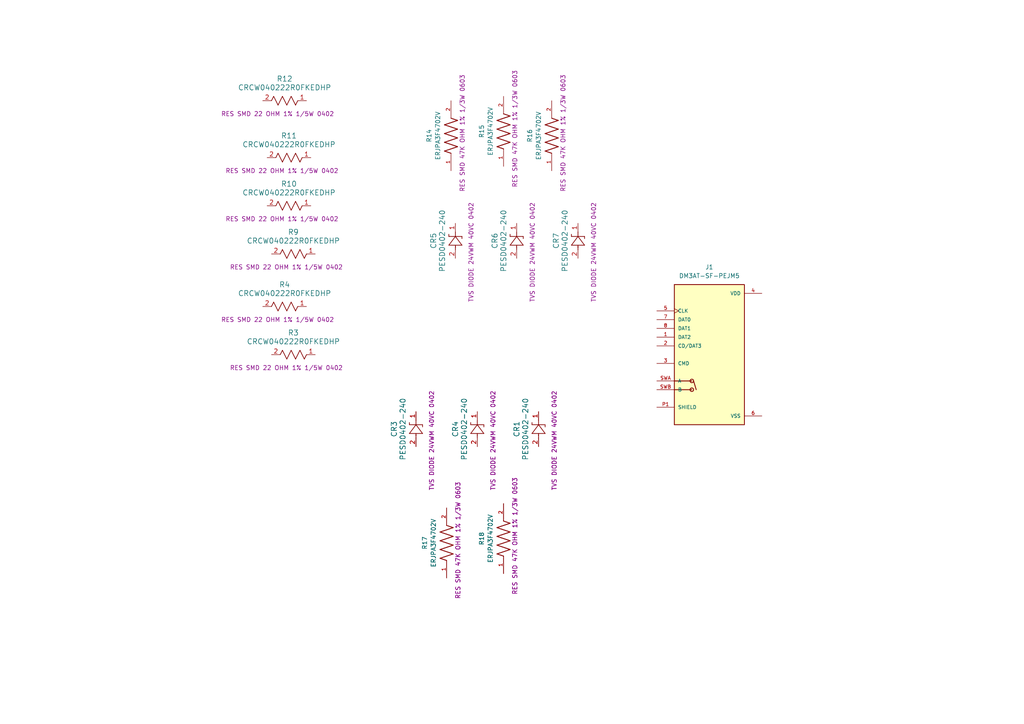
<source format=kicad_sch>
(kicad_sch (version 20250114) (generator "eeschema") (generator_version "9.0")
  (paper "A4")
  (lib_symbols
    (symbol "ul_CRCW040222R0FKEDHP:CRCW040222R0FKEDHP" (pin_names (offset 0.254))
      (property "Reference" "R" (at 5.715 3.81 0))
      (property "Value" "CRCW040222R0FKEDHP" (at 6.35 -3.81 0))
      (symbol "CRCW040222R0FKEDHP_1_1"
        (polyline (pts (xy 2.54 0) (xy 3.175 1.27)) (stroke (width 0.2032)))
        (polyline (pts (xy 3.175 1.27) (xy 4.445 -1.27)) (stroke (width 0.2032)))
        (polyline (pts (xy 4.445 -1.27) (xy 5.715 1.27)) (stroke (width 0.2032)))
        (polyline (pts (xy 5.715 1.27) (xy 6.985 -1.27)) (stroke (width 0.2032)))
        (polyline (pts (xy 6.985 -1.27) (xy 8.255 1.27)) (stroke (width 0.2032)))
        (polyline (pts (xy 8.255 1.27) (xy 9.525 -1.27)) (stroke (width 0.2032)))
        (polyline (pts (xy 9.525 -1.27) (xy 10.16 0)) (stroke (width 0.2032)))
        (pin unspecified line (at 0 0 0) (length 2.54) (name "") (number "2"))
        (pin unspecified line (at 12.7 0 180) (length 2.54) (name "") (number "1"))
      )
      (symbol "CRCW040222R0FKEDHP_1_2"
        (polyline (pts (xy -1.27 8.255) (xy 1.27 9.525)) (stroke (width 0.2032)))
        (polyline (pts (xy -1.27 5.715) (xy 1.27 6.985)) (stroke (width 0.2032)))
        (polyline (pts (xy -1.27 3.175) (xy 1.27 4.445)) (stroke (width 0.2032)))
        (polyline (pts (xy 0 2.54) (xy -1.27 3.175)) (stroke (width 0.2032)))
        (polyline (pts (xy 1.27 9.525) (xy 0 10.16)) (stroke (width 0.2032)))
        (polyline (pts (xy 1.27 6.985) (xy -1.27 8.255)) (stroke (width 0.2032)))
        (polyline (pts (xy 1.27 4.445) (xy -1.27 5.715)) (stroke (width 0.2032)))
        (pin unspecified line (at 0 12.7 270) (length 2.54) (name "") (number "1"))
        (pin unspecified line (at 0 0 90) (length 2.54) (name "") (number "2"))
      )
    )
    (symbol "ul_DM3AT-SF-PEJM5:DM3AT-SF-PEJM5" (pin_names (offset 1.016))
      (property "Reference" "J" (at -10.16 20.828 0))
      (property "Value" "DM3AT-SF-PEJM5" (at -10.16 -22.86 0))
      (symbol "DM3AT-SF-PEJM5_0_0"
        (polyline (pts (xy -10.16 -7.62) (xy -5.08 -7.62)) (stroke (width 0.254)))
        (polyline (pts (xy -10.16 -10.16) (xy -5.08 -10.16)) (stroke (width 0.254)))
        (rectangle (start -10.16 -20.32) (end 10.16 20.32) (stroke (width 0.254)) (fill (type background)))
        (circle (center -5.08 -7.62) (radius 0.508) (stroke (width 0.254)))
        (circle (center -5.08 -10.16) (radius 0.508) (stroke (width 0.254)))
        (polyline (pts (xy -4.572 -7.62) (xy -3.81 -10.16)) (stroke (width 0.254)))
        (pin bidirectional clock (at -15.24 12.7 0) (length 5.08) (name "CLK") (number "5"))
        (pin bidirectional line (at -15.24 10.16 0) (length 5.08) (name "DAT0") (number "7"))
        (pin bidirectional line (at -15.24 7.62 0) (length 5.08) (name "DAT1") (number "8"))
        (pin bidirectional line (at -15.24 5.08 0) (length 5.08) (name "DAT2") (number "1"))
        (pin bidirectional line (at -15.24 2.54 0) (length 5.08) (name "CD/DAT3") (number "2"))
        (pin bidirectional line (at -15.24 -2.54 0) (length 5.08) (name "CMD") (number "3"))
        (pin bidirectional line (at -15.24 -7.62 0) (length 5.08) (name "A") (number "SWA"))
        (pin bidirectional line (at -15.24 -10.16 0) (length 5.08) (name "B") (number "SWB"))
        (pin passive line (at -15.24 -15.24 0) (length 5.08) (name "SHIELD") (number "P1"))
        (pin passive line (at -15.24 -15.24 0) (length 5.08) (hide yes) (name "SHIELD") (number "P2"))
        (pin passive line (at -15.24 -15.24 0) (length 5.08) (hide yes) (name "SHIELD") (number "P3"))
        (pin passive line (at -15.24 -15.24 0) (length 5.08) (hide yes) (name "SHIELD") (number "P4"))
        (pin power_in line (at 15.24 17.78 180) (length 5.08) (name "VDD") (number "4"))
        (pin power_in line (at 15.24 -17.78 180) (length 5.08) (name "VSS") (number "6"))
      )
    )
    (symbol "ul_ERJPA3F4702V:ERJPA3F4702V" (pin_names (offset 1.016))
      (property "Reference" "R" (at -7.624 2.541 0))
      (property "Value" "ERJPA3F4702V" (at -7.624 -5.087 0))
      (symbol "ERJPA3F4702V_0_0"
        (polyline (pts (xy -5.08 0) (xy -4.445 1.905)) (stroke (width 0.254)))
        (polyline (pts (xy -4.445 1.905) (xy -3.175 -1.905)) (stroke (width 0.254)))
        (polyline (pts (xy -3.175 -1.905) (xy -1.905 1.905)) (stroke (width 0.254)))
        (polyline (pts (xy -1.905 1.905) (xy -0.635 -1.905)) (stroke (width 0.254)))
        (polyline (pts (xy -0.635 -1.905) (xy 0.635 1.905)) (stroke (width 0.254)))
        (polyline (pts (xy 0.635 1.905) (xy 1.905 -1.905)) (stroke (width 0.254)))
        (polyline (pts (xy 1.905 -1.905) (xy 3.175 1.905)) (stroke (width 0.254)))
        (polyline (pts (xy 3.175 1.905) (xy 4.445 -1.905)) (stroke (width 0.254)))
        (polyline (pts (xy 4.445 -1.905) (xy 5.08 0)) (stroke (width 0.254)))
        (pin passive line (at -10.16 0 0) (length 5.08) (name "~") (number "1"))
        (pin passive line (at 10.16 0 180) (length 5.08) (name "~") (number "2"))
      )
    )
    (symbol "ul_PESD0402-240:PESD0402-240" (pin_names (offset 0.254))
      (property "Reference" "CR" (at 5.08 4.445 0))
      (property "Value" "PESD0402-240" (at 5.08 -3.81 0))
      (symbol "PESD0402-240_0_1"
        (polyline (pts (xy 2.54 0) (xy 3.4798 0)) (stroke (width 0.2032)))
        (polyline (pts (xy 3.175 0) (xy 3.81 0)) (stroke (width 0.2032)))
        (polyline (pts (xy 3.81 1.905) (xy 3.81 -1.905)) (stroke (width 0.2032)))
        (polyline (pts (xy 3.81 -1.905) (xy 6.35 0)) (stroke (width 0.2032)))
        (polyline (pts (xy 6.35 1.905) (xy 6.985 1.905)) (stroke (width 0.2032)))
        (polyline (pts (xy 6.35 0) (xy 3.81 1.905)) (stroke (width 0.2032)))
        (polyline (pts (xy 6.35 0) (xy 7.62 0)) (stroke (width 0.2032)))
        (polyline (pts (xy 6.35 -1.905) (xy 5.715 -1.905)) (stroke (width 0.2032)))
        (polyline (pts (xy 6.35 -1.905) (xy 6.35 1.905)) (stroke (width 0.2032)))
        (pin unspecified line (at 0 0 0) (length 2.54) (name "") (number "2"))
        (pin unspecified line (at 10.16 0 180) (length 2.54) (name "") (number "1"))
      )
    )
  )
  (symbol (lib_id "ul_CRCW040222R0FKEDHP:CRCW040222R0FKEDHP") (at 76.2 29.21 0) (unit 1)
    (property "Reference" "R12" (at 82.55 22.86 0) (effects (font (size 1.524 1.524))))
    (property "Value" "CRCW040222R0FKEDHP" (at 82.55 25.4 0) (effects (font (size 1.524 1.524))))
    (property "Footprint" "RES_CRCW_0402_VIS" (effects (hide yes)))
    (property "Datasheet" "https://www.vishay.com/doc?20043" (effects (hide yes)))
    (property "Description" "RES SMD 22 OHM 1% 1/5W 0402" (at 80.518 33.02 0))
  )
  (symbol (lib_id "ul_CRCW040222R0FKEDHP:CRCW040222R0FKEDHP") (at 77.47 45.72 0) (unit 1)
    (property "Reference" "R11" (at 83.82 39.37 0) (effects (font (size 1.524 1.524))))
    (property "Value" "CRCW040222R0FKEDHP" (at 83.82 41.91 0) (effects (font (size 1.524 1.524))))
    (property "Footprint" "RES_CRCW_0402_VIS" (effects (hide yes)))
    (property "Datasheet" "https://www.vishay.com/doc?20043" (effects (hide yes)))
    (property "Description" "RES SMD 22 OHM 1% 1/5W 0402" (at 81.788 49.53 0))
  )
  (symbol (lib_id "ul_PESD0402-240:PESD0402-240") (at 138.43 129.54 90) (unit 1)
    (property "Reference" "CR4" (at 132.08 124.46 0) (effects (font (size 1.524 1.524))))
    (property "Value" "PESD0402-240" (at 134.62 124.46 0) (effects (font (size 1.524 1.524))))
    (property "Footprint" "ZDO_PESD0402_LTF" (effects (hide yes)))
    (property "Datasheet" "PESD0402-240" (effects (hide yes)))
    (property "Description" "TVS DIODE 24VWM 40VC 0402" (at 143.002 127.762 0))
  )
  (symbol (lib_id "ul_CRCW040222R0FKEDHP:CRCW040222R0FKEDHP") (at 76.2 88.9 0) (unit 1)
    (property "Reference" "R4" (at 82.55 82.55 0) (effects (font (size 1.524 1.524))))
    (property "Value" "CRCW040222R0FKEDHP" (at 82.55 85.09 0) (effects (font (size 1.524 1.524))))
    (property "Footprint" "RES_CRCW_0402_VIS" (effects (hide yes)))
    (property "Datasheet" "https://www.vishay.com/doc?20043" (effects (hide yes)))
    (property "Description" "RES SMD 22 OHM 1% 1/5W 0402" (at 80.518 92.71 0))
  )
  (symbol (lib_id "ul_PESD0402-240:PESD0402-240") (at 149.86 74.93 90) (unit 1)
    (property "Reference" "CR6" (at 143.51 69.85 0) (effects (font (size 1.524 1.524))))
    (property "Value" "PESD0402-240" (at 146.05 69.85 0) (effects (font (size 1.524 1.524))))
    (property "Footprint" "ZDO_PESD0402_LTF" (effects (hide yes)))
    (property "Datasheet" "PESD0402-240" (effects (hide yes)))
    (property "Description" "TVS DIODE 24VWM 40VC 0402" (at 154.432 73.152 0))
  )
  (symbol (lib_id "ul_ERJPA3F4702V:ERJPA3F4702V") (at 129.54 157.48 90) (unit 1)
    (property "Reference" "R17" (at 123.19 157.48 0))
    (property "Value" "ERJPA3F4702V" (at 125.73 157.48 0))
    (property "Footprint" "ERJPA3F4702V:RES_ERJPA3F4702V" (effects (hide yes)))
    (property "Description" "RES SMD 47K OHM 1% 1/3W 0603" (at 132.842 156.718 0))
    (property "DigiKey_Part_Number" "P47KBYCT-ND" (effects (hide yes)))
    (property "SnapEDA_Link" "https://www.snapeda.com/parts/ERJPA3F4702V/Panasonic/view-part/?ref=snap" (effects (hide yes)))
    (property "MAXIMUM_PACKAGE_HEIGHT" "0.45 mm" (effects (hide yes)))
    (property "Package" "1608-2 Panasonic" (effects (hide yes)))
    (property "Check_prices" "https://www.snapeda.com/parts/ERJPA3F4702V/Panasonic/view-part/?ref=eda" (effects (hide yes)))
    (property "STANDARD" "Manufacturer Recommendations" (effects (hide yes)))
    (property "PARTREV" "3/1/2020" (effects (hide yes)))
    (property "MF" "Panasonic" (effects (hide yes)))
    (property "MP" "ERJPA3F4702V" (effects (hide yes)))
    (property "Description_1" "Thick Film Smnt Resistor 0603 Case 47kOhm +/-1% 0.25W +/-100ppm/degC | Panasonic Electronic Components ERJPA3F4702V" (effects (hide yes)))
    (property "MANUFACTURER" "Panasonic" (effects (hide yes)))
  )
  (symbol (lib_id "ul_CRCW040222R0FKEDHP:CRCW040222R0FKEDHP") (at 78.74 73.66 0) (unit 1)
    (property "Reference" "R9" (at 85.09 67.31 0) (effects (font (size 1.524 1.524))))
    (property "Value" "CRCW040222R0FKEDHP" (at 85.09 69.85 0) (effects (font (size 1.524 1.524))))
    (property "Footprint" "RES_CRCW_0402_VIS" (effects (hide yes)))
    (property "Datasheet" "https://www.vishay.com/doc?20043" (effects (hide yes)))
    (property "Description" "RES SMD 22 OHM 1% 1/5W 0402" (at 83.058 77.47 0))
  )
  (symbol (lib_id "ul_ERJPA3F4702V:ERJPA3F4702V") (at 146.05 156.21 90) (unit 1)
    (property "Reference" "R18" (at 139.7 156.21 0))
    (property "Value" "ERJPA3F4702V" (at 142.24 156.21 0))
    (property "Footprint" "ERJPA3F4702V:RES_ERJPA3F4702V" (effects (hide yes)))
    (property "Description" "RES SMD 47K OHM 1% 1/3W 0603" (at 149.352 155.448 0))
    (property "DigiKey_Part_Number" "P47KBYCT-ND" (effects (hide yes)))
    (property "SnapEDA_Link" "https://www.snapeda.com/parts/ERJPA3F4702V/Panasonic/view-part/?ref=snap" (effects (hide yes)))
    (property "MAXIMUM_PACKAGE_HEIGHT" "0.45 mm" (effects (hide yes)))
    (property "Package" "1608-2 Panasonic" (effects (hide yes)))
    (property "Check_prices" "https://www.snapeda.com/parts/ERJPA3F4702V/Panasonic/view-part/?ref=eda" (effects (hide yes)))
    (property "STANDARD" "Manufacturer Recommendations" (effects (hide yes)))
    (property "PARTREV" "3/1/2020" (effects (hide yes)))
    (property "MF" "Panasonic" (effects (hide yes)))
    (property "MP" "ERJPA3F4702V" (effects (hide yes)))
    (property "Description_1" "Thick Film Smnt Resistor 0603 Case 47kOhm +/-1% 0.25W +/-100ppm/degC | Panasonic Electronic Components ERJPA3F4702V" (effects (hide yes)))
    (property "MANUFACTURER" "Panasonic" (effects (hide yes)))
  )
  (symbol (lib_id "ul_PESD0402-240:PESD0402-240") (at 167.64 74.93 90) (unit 1)
    (property "Reference" "CR7" (at 161.29 69.85 0) (effects (font (size 1.524 1.524))))
    (property "Value" "PESD0402-240" (at 163.83 69.85 0) (effects (font (size 1.524 1.524))))
    (property "Footprint" "ZDO_PESD0402_LTF" (effects (hide yes)))
    (property "Datasheet" "PESD0402-240" (effects (hide yes)))
    (property "Description" "TVS DIODE 24VWM 40VC 0402" (at 172.212 73.152 0))
  )
  (symbol (lib_id "ul_ERJPA3F4702V:ERJPA3F4702V") (at 160.02 39.37 90) (unit 1)
    (property "Reference" "R16" (at 153.67 39.37 0))
    (property "Value" "ERJPA3F4702V" (at 156.21 39.37 0))
    (property "Footprint" "ERJPA3F4702V:RES_ERJPA3F4702V" (effects (hide yes)))
    (property "Description" "RES SMD 47K OHM 1% 1/3W 0603" (at 163.322 38.608 0))
    (property "DigiKey_Part_Number" "P47KBYCT-ND" (effects (hide yes)))
    (property "SnapEDA_Link" "https://www.snapeda.com/parts/ERJPA3F4702V/Panasonic/view-part/?ref=snap" (effects (hide yes)))
    (property "MAXIMUM_PACKAGE_HEIGHT" "0.45 mm" (effects (hide yes)))
    (property "Package" "1608-2 Panasonic" (effects (hide yes)))
    (property "Check_prices" "https://www.snapeda.com/parts/ERJPA3F4702V/Panasonic/view-part/?ref=eda" (effects (hide yes)))
    (property "STANDARD" "Manufacturer Recommendations" (effects (hide yes)))
    (property "PARTREV" "3/1/2020" (effects (hide yes)))
    (property "MF" "Panasonic" (effects (hide yes)))
    (property "MP" "ERJPA3F4702V" (effects (hide yes)))
    (property "Description_1" "Thick Film Smnt Resistor 0603 Case 47kOhm +/-1% 0.25W +/-100ppm/degC | Panasonic Electronic Components ERJPA3F4702V" (effects (hide yes)))
    (property "MANUFACTURER" "Panasonic" (effects (hide yes)))
  )
  (symbol (lib_id "ul_ERJPA3F4702V:ERJPA3F4702V") (at 146.05 38.1 90) (unit 1)
    (property "Reference" "R15" (at 139.7 38.1 0))
    (property "Value" "ERJPA3F4702V" (at 142.24 38.1 0))
    (property "Footprint" "ERJPA3F4702V:RES_ERJPA3F4702V" (effects (hide yes)))
    (property "Description" "RES SMD 47K OHM 1% 1/3W 0603" (at 149.352 37.338 0))
    (property "DigiKey_Part_Number" "P47KBYCT-ND" (effects (hide yes)))
    (property "SnapEDA_Link" "https://www.snapeda.com/parts/ERJPA3F4702V/Panasonic/view-part/?ref=snap" (effects (hide yes)))
    (property "MAXIMUM_PACKAGE_HEIGHT" "0.45 mm" (effects (hide yes)))
    (property "Package" "1608-2 Panasonic" (effects (hide yes)))
    (property "Check_prices" "https://www.snapeda.com/parts/ERJPA3F4702V/Panasonic/view-part/?ref=eda" (effects (hide yes)))
    (property "STANDARD" "Manufacturer Recommendations" (effects (hide yes)))
    (property "PARTREV" "3/1/2020" (effects (hide yes)))
    (property "MF" "Panasonic" (effects (hide yes)))
    (property "MP" "ERJPA3F4702V" (effects (hide yes)))
    (property "Description_1" "Thick Film Smnt Resistor 0603 Case 47kOhm +/-1% 0.25W +/-100ppm/degC | Panasonic Electronic Components ERJPA3F4702V" (effects (hide yes)))
    (property "MANUFACTURER" "Panasonic" (effects (hide yes)))
  )
  (symbol (lib_id "ul_CRCW040222R0FKEDHP:CRCW040222R0FKEDHP") (at 77.47 59.69 0) (unit 1)
    (property "Reference" "R10" (at 83.82 53.34 0) (effects (font (size 1.524 1.524))))
    (property "Value" "CRCW040222R0FKEDHP" (at 83.82 55.88 0) (effects (font (size 1.524 1.524))))
    (property "Footprint" "RES_CRCW_0402_VIS" (effects (hide yes)))
    (property "Datasheet" "https://www.vishay.com/doc?20043" (effects (hide yes)))
    (property "Description" "RES SMD 22 OHM 1% 1/5W 0402" (at 81.788 63.5 0))
  )
  (symbol (lib_id "ul_CRCW040222R0FKEDHP:CRCW040222R0FKEDHP") (at 78.74 102.87 0) (unit 1)
    (property "Reference" "R3" (at 85.09 96.52 0) (effects (font (size 1.524 1.524))))
    (property "Value" "CRCW040222R0FKEDHP" (at 85.09 99.06 0) (effects (font (size 1.524 1.524))))
    (property "Footprint" "RES_CRCW_0402_VIS" (effects (hide yes)))
    (property "Datasheet" "https://www.vishay.com/doc?20043" (effects (hide yes)))
    (property "Description" "RES SMD 22 OHM 1% 1/5W 0402" (at 83.058 106.68 0))
  )
  (symbol (lib_id "ul_PESD0402-240:PESD0402-240") (at 120.65 129.54 90) (unit 1)
    (property "Reference" "CR3" (at 114.3 124.46 0) (effects (font (size 1.524 1.524))))
    (property "Value" "PESD0402-240" (at 116.84 124.46 0) (effects (font (size 1.524 1.524))))
    (property "Footprint" "ZDO_PESD0402_LTF" (effects (hide yes)))
    (property "Datasheet" "PESD0402-240" (effects (hide yes)))
    (property "Description" "TVS DIODE 24VWM 40VC 0402" (at 125.222 127.762 0))
  )
  (symbol (lib_id "ul_PESD0402-240:PESD0402-240") (at 156.21 129.54 90) (unit 1)
    (property "Reference" "CR1" (at 149.86 124.46 0) (effects (font (size 1.524 1.524))))
    (property "Value" "PESD0402-240" (at 152.4 124.46 0) (effects (font (size 1.524 1.524))))
    (property "Footprint" "ZDO_PESD0402_LTF" (effects (hide yes)))
    (property "Datasheet" "PESD0402-240" (effects (hide yes)))
    (property "Description" "TVS DIODE 24VWM 40VC 0402" (at 160.782 127.762 0))
  )
  (symbol (lib_id "ul_DM3AT-SF-PEJM5:DM3AT-SF-PEJM5") (at 205.74 102.87 0) (unit 1)
    (property "Reference" "J1" (at 205.74 77.47 0))
    (property "Value" "DM3AT-SF-PEJM5" (at 205.74 80.01 0))
    (property "Footprint" "DM3AT-SF-PEJM5:HRS_DM3AT-SF-PEJM5" (effects (hide yes)))
    (property "MF" "Hirose Electric Co Ltd" (effects (hide yes)))
    (property "MAXIMUM_PACKAGE_HEIGHT" "1.83 mm" (effects (hide yes)))
    (property "Package" "None" (effects (hide yes)))
    (property "Price" "None" (effects (hide yes)))
    (property "Check_prices" "https://www.snapeda.com/parts/DM3AT-SF-PEJM5/Hirose+Electric+Co+Ltd/view-part/?ref=eda" (effects (hide yes)))
    (property "STANDARD" "Manufacturer Recommendations" (effects (hide yes)))
    (property "PARTREV" "20200913" (effects (hide yes)))
    (property "SnapEDA_Link" "https://www.snapeda.com/parts/DM3AT-SF-PEJM5/Hirose+Electric+Co+Ltd/view-part/?ref=snap" (effects (hide yes)))
    (property "MP" "DM3AT-SF-PEJM5" (effects (hide yes)))
    (property "Description_1" "10 (8 + 2) Position Card Connector Secure Digital - microSD™ Surface Mount, Right Angle Gold" (effects (hide yes)))
    (property "Availability" "In Stock" (effects (hide yes)))
    (property "MANUFACTURER" "Hirose Electric Co Ltd" (effects (hide yes)))
  )
  (symbol (lib_id "ul_ERJPA3F4702V:ERJPA3F4702V") (at 130.81 39.37 90) (unit 1)
    (property "Reference" "R14" (at 124.46 39.37 0))
    (property "Value" "ERJPA3F4702V" (at 127 39.37 0))
    (property "Footprint" "ERJPA3F4702V:RES_ERJPA3F4702V" (effects (hide yes)))
    (property "Description" "RES SMD 47K OHM 1% 1/3W 0603" (at 134.112 38.608 0))
    (property "DigiKey_Part_Number" "P47KBYCT-ND" (effects (hide yes)))
    (property "SnapEDA_Link" "https://www.snapeda.com/parts/ERJPA3F4702V/Panasonic/view-part/?ref=snap" (effects (hide yes)))
    (property "MAXIMUM_PACKAGE_HEIGHT" "0.45 mm" (effects (hide yes)))
    (property "Package" "1608-2 Panasonic" (effects (hide yes)))
    (property "Check_prices" "https://www.snapeda.com/parts/ERJPA3F4702V/Panasonic/view-part/?ref=eda" (effects (hide yes)))
    (property "STANDARD" "Manufacturer Recommendations" (effects (hide yes)))
    (property "PARTREV" "3/1/2020" (effects (hide yes)))
    (property "MF" "Panasonic" (effects (hide yes)))
    (property "MP" "ERJPA3F4702V" (effects (hide yes)))
    (property "Description_1" "Thick Film Smnt Resistor 0603 Case 47kOhm +/-1% 0.25W +/-100ppm/degC | Panasonic Electronic Components ERJPA3F4702V" (effects (hide yes)))
    (property "MANUFACTURER" "Panasonic" (effects (hide yes)))
  )
  (symbol (lib_id "ul_PESD0402-240:PESD0402-240") (at 132.08 74.93 90) (unit 1)
    (property "Reference" "CR5" (at 125.73 69.85 0) (effects (font (size 1.524 1.524))))
    (property "Value" "PESD0402-240" (at 128.27 69.85 0) (effects (font (size 1.524 1.524))))
    (property "Footprint" "ZDO_PESD0402_LTF" (effects (hide yes)))
    (property "Datasheet" "PESD0402-240" (effects (hide yes)))
    (property "Description" "TVS DIODE 24VWM 40VC 0402" (at 136.652 73.152 0))
  )
)
</source>
